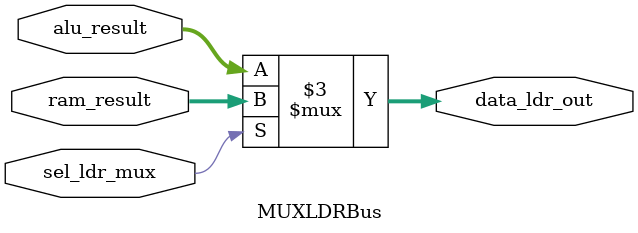
<source format=v>
module MUXLDRBus(sel_ldr_mux, ram_result, alu_result, data_ldr_out);
	input sel_ldr_mux; // Memory control -> LDR ? 1 : 0
	input [31:0] ram_result, alu_result; // Data from ram and ALU
	output reg [31:0] data_ldr_out; // Output to send to register bank
	
	always @ (*)
		begin
			if (sel_ldr_mux) 
				begin
					data_ldr_out = ram_result; // opcode is LDR -> store result from ram
				end
			else
				begin
					data_ldr_out = alu_result; // opcode is not LDR -> store result from ALU
				end
			$display("MUXLDRBUS -> data_ldr_out: %b", data_ldr_out);
			$display("MUXLDRBUS -> sel_ldr_mux: %b", sel_ldr_mux);
		end
endmodule

</source>
